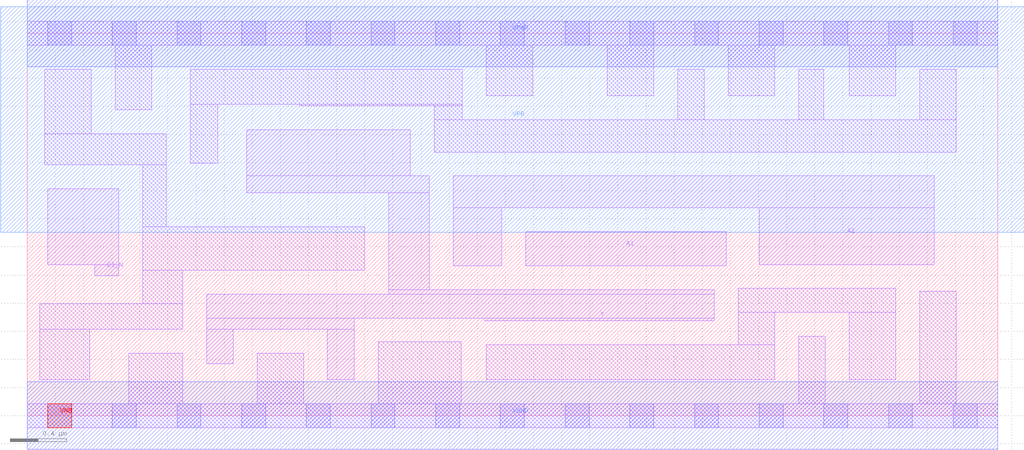
<source format=lef>
# Copyright 2020 The SkyWater PDK Authors
#
# Licensed under the Apache License, Version 2.0 (the "License");
# you may not use this file except in compliance with the License.
# You may obtain a copy of the License at
#
#     https://www.apache.org/licenses/LICENSE-2.0
#
# Unless required by applicable law or agreed to in writing, software
# distributed under the License is distributed on an "AS IS" BASIS,
# WITHOUT WARRANTIES OR CONDITIONS OF ANY KIND, either express or implied.
# See the License for the specific language governing permissions and
# limitations under the License.
#
# SPDX-License-Identifier: Apache-2.0

VERSION 5.7 ;
  NOWIREEXTENSIONATPIN ON ;
  DIVIDERCHAR "/" ;
  BUSBITCHARS "[]" ;
MACRO sky130_fd_sc_hd__a21boi_4
  CLASS CORE ;
  FOREIGN sky130_fd_sc_hd__a21boi_4 ;
  ORIGIN  0.000000  0.000000 ;
  SIZE  6.900000 BY  2.720000 ;
  SYMMETRY X Y R90 ;
  SITE unithd ;
  PIN A1
    ANTENNAGATEAREA  0.990000 ;
    DIRECTION INPUT ;
    USE SIGNAL ;
    PORT
      LAYER li1 ;
        RECT 3.545000 1.065000 4.970000 1.310000 ;
    END
  END A1
  PIN A2
    ANTENNAGATEAREA  0.990000 ;
    DIRECTION INPUT ;
    USE SIGNAL ;
    PORT
      LAYER li1 ;
        RECT 3.030000 1.065000 3.375000 1.480000 ;
        RECT 3.030000 1.480000 6.450000 1.705000 ;
        RECT 5.205000 1.075000 6.450000 1.480000 ;
    END
  END A2
  PIN B1_N
    ANTENNAGATEAREA  0.247500 ;
    DIRECTION INPUT ;
    USE SIGNAL ;
    PORT
      LAYER li1 ;
        RECT 0.145000 1.075000 0.650000 1.615000 ;
        RECT 0.480000 0.995000 0.650000 1.075000 ;
    END
  END B1_N
  PIN Y
    ANTENNADIFFAREA  1.288000 ;
    DIRECTION OUTPUT ;
    USE SIGNAL ;
    PORT
      LAYER li1 ;
        RECT 1.275000 0.370000 1.465000 0.615000 ;
        RECT 1.275000 0.615000 2.325000 0.695000 ;
        RECT 1.275000 0.695000 4.885000 0.865000 ;
        RECT 1.560000 1.585000 2.860000 1.705000 ;
        RECT 1.560000 1.705000 2.725000 2.035000 ;
        RECT 2.135000 0.255000 2.325000 0.615000 ;
        RECT 2.570000 0.865000 4.885000 0.895000 ;
        RECT 2.570000 0.895000 2.860000 1.585000 ;
        RECT 3.255000 0.675000 4.885000 0.695000 ;
    END
  END Y
  PIN VGND
    DIRECTION INOUT ;
    SHAPE ABUTMENT ;
    USE GROUND ;
    PORT
      LAYER met1 ;
        RECT 0.000000 -0.240000 6.900000 0.240000 ;
    END
  END VGND
  PIN VNB
    DIRECTION INOUT ;
    USE GROUND ;
    PORT
      LAYER pwell ;
        RECT 0.145000 -0.085000 0.315000 0.085000 ;
    END
  END VNB
  PIN VPB
    DIRECTION INOUT ;
    USE POWER ;
    PORT
      LAYER nwell ;
        RECT -0.190000 1.305000 7.090000 2.910000 ;
    END
  END VPB
  PIN VPWR
    DIRECTION INOUT ;
    SHAPE ABUTMENT ;
    USE POWER ;
    PORT
      LAYER met1 ;
        RECT 0.000000 2.480000 6.900000 2.960000 ;
    END
  END VPWR
  OBS
    LAYER li1 ;
      RECT 0.000000 -0.085000 6.900000 0.085000 ;
      RECT 0.000000  2.635000 6.900000 2.805000 ;
      RECT 0.090000  0.255000 0.445000 0.615000 ;
      RECT 0.090000  0.615000 1.105000 0.795000 ;
      RECT 0.125000  1.785000 0.990000 2.005000 ;
      RECT 0.125000  2.005000 0.455000 2.465000 ;
      RECT 0.625000  2.175000 0.885000 2.635000 ;
      RECT 0.720000  0.085000 1.105000 0.445000 ;
      RECT 0.820000  0.795000 1.105000 1.035000 ;
      RECT 0.820000  1.035000 2.400000 1.345000 ;
      RECT 0.820000  1.345000 0.990000 1.785000 ;
      RECT 1.160000  1.795000 1.355000 2.215000 ;
      RECT 1.160000  2.215000 3.095000 2.465000 ;
      RECT 1.635000  0.085000 1.965000 0.445000 ;
      RECT 1.935000  2.205000 3.095000 2.215000 ;
      RECT 2.495000  0.085000 3.085000 0.525000 ;
      RECT 2.895000  1.875000 6.605000 2.105000 ;
      RECT 2.895000  2.105000 3.095000 2.205000 ;
      RECT 3.265000  0.255000 5.315000 0.505000 ;
      RECT 3.265000  2.275000 3.595000 2.635000 ;
      RECT 4.125000  2.275000 4.455000 2.635000 ;
      RECT 4.625000  2.105000 4.815000 2.465000 ;
      RECT 4.985000  2.275000 5.315000 2.635000 ;
      RECT 5.055000  0.505000 5.315000 0.735000 ;
      RECT 5.055000  0.735000 6.175000 0.905000 ;
      RECT 5.485000  0.085000 5.675000 0.565000 ;
      RECT 5.485000  2.105000 5.665000 2.465000 ;
      RECT 5.845000  0.255000 6.175000 0.735000 ;
      RECT 5.845000  2.275000 6.175000 2.635000 ;
      RECT 6.345000  0.085000 6.605000 0.885000 ;
      RECT 6.345000  2.105000 6.605000 2.465000 ;
    LAYER mcon ;
      RECT 0.145000 -0.085000 0.315000 0.085000 ;
      RECT 0.145000  2.635000 0.315000 2.805000 ;
      RECT 0.605000 -0.085000 0.775000 0.085000 ;
      RECT 0.605000  2.635000 0.775000 2.805000 ;
      RECT 1.065000 -0.085000 1.235000 0.085000 ;
      RECT 1.065000  2.635000 1.235000 2.805000 ;
      RECT 1.525000 -0.085000 1.695000 0.085000 ;
      RECT 1.525000  2.635000 1.695000 2.805000 ;
      RECT 1.985000 -0.085000 2.155000 0.085000 ;
      RECT 1.985000  2.635000 2.155000 2.805000 ;
      RECT 2.445000 -0.085000 2.615000 0.085000 ;
      RECT 2.445000  2.635000 2.615000 2.805000 ;
      RECT 2.905000 -0.085000 3.075000 0.085000 ;
      RECT 2.905000  2.635000 3.075000 2.805000 ;
      RECT 3.365000 -0.085000 3.535000 0.085000 ;
      RECT 3.365000  2.635000 3.535000 2.805000 ;
      RECT 3.825000 -0.085000 3.995000 0.085000 ;
      RECT 3.825000  2.635000 3.995000 2.805000 ;
      RECT 4.285000 -0.085000 4.455000 0.085000 ;
      RECT 4.285000  2.635000 4.455000 2.805000 ;
      RECT 4.745000 -0.085000 4.915000 0.085000 ;
      RECT 4.745000  2.635000 4.915000 2.805000 ;
      RECT 5.205000 -0.085000 5.375000 0.085000 ;
      RECT 5.205000  2.635000 5.375000 2.805000 ;
      RECT 5.665000 -0.085000 5.835000 0.085000 ;
      RECT 5.665000  2.635000 5.835000 2.805000 ;
      RECT 6.125000 -0.085000 6.295000 0.085000 ;
      RECT 6.125000  2.635000 6.295000 2.805000 ;
      RECT 6.585000 -0.085000 6.755000 0.085000 ;
      RECT 6.585000  2.635000 6.755000 2.805000 ;
  END
END sky130_fd_sc_hd__a21boi_4
END LIBRARY

</source>
